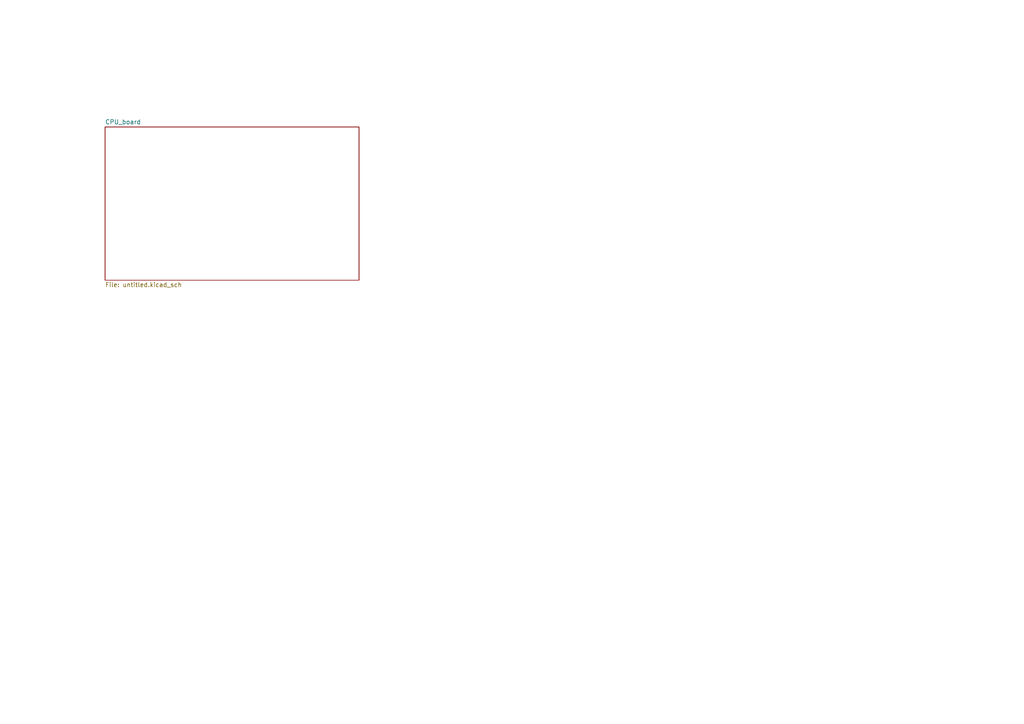
<source format=kicad_sch>
(kicad_sch
	(version 20231120)
	(generator "eeschema")
	(generator_version "8.0")
	(uuid "27fa70ec-70f1-4ec5-9aef-43afe5f03596")
	(paper "A4")
	(lib_symbols)
	(sheet
		(at 30.48 36.83)
		(size 73.66 44.45)
		(fields_autoplaced yes)
		(stroke
			(width 0.1524)
			(type solid)
		)
		(fill
			(color 0 0 0 0.0000)
		)
		(uuid "84677476-d952-4526-bbdb-640c00b36086")
		(property "Sheetname" "CPU_board"
			(at 30.48 36.1184 0)
			(effects
				(font
					(size 1.27 1.27)
				)
				(justify left bottom)
			)
		)
		(property "Sheetfile" "untitled.kicad_sch"
			(at 30.48 81.8646 0)
			(effects
				(font
					(size 1.27 1.27)
				)
				(justify left top)
			)
		)
		(instances
			(project "6502"
				(path "/27fa70ec-70f1-4ec5-9aef-43afe5f03596"
					(page "2")
				)
			)
		)
	)
	(sheet_instances
		(path "/"
			(page "1")
		)
	)
)

</source>
